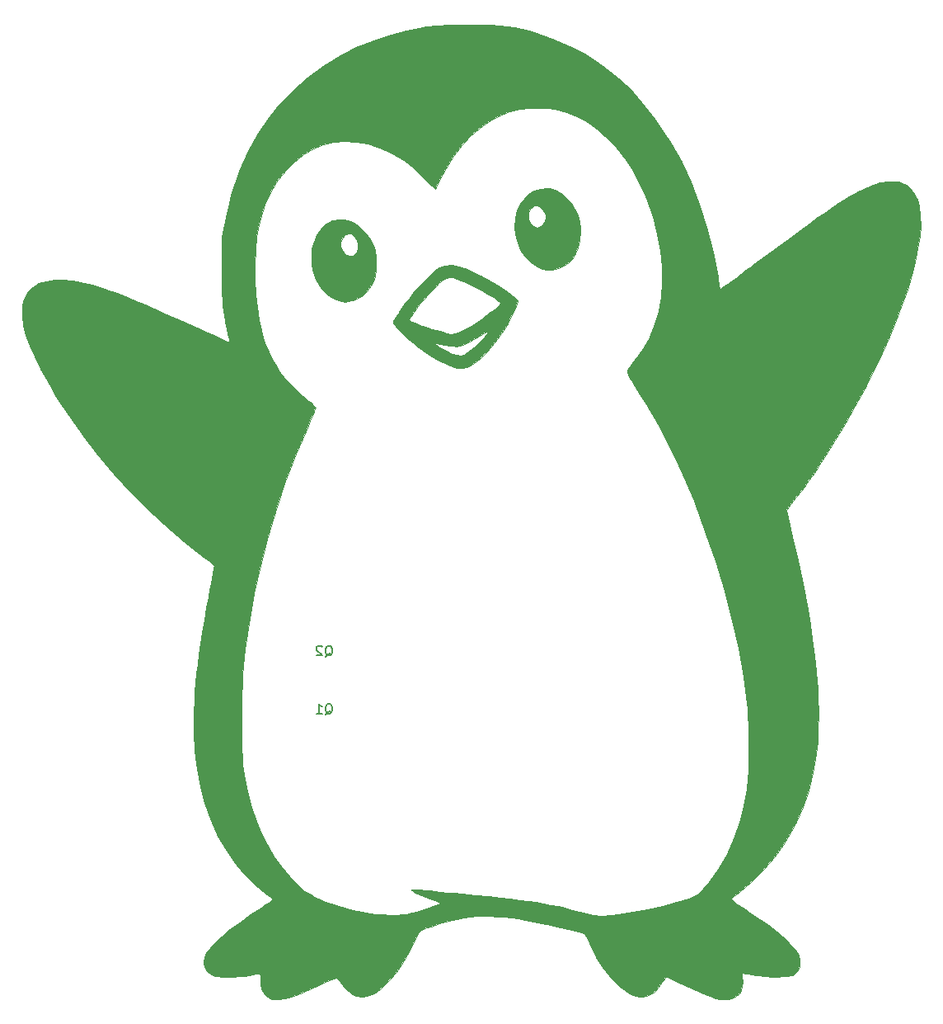
<source format=gbr>
%TF.GenerationSoftware,KiCad,Pcbnew,9.0.6*%
%TF.CreationDate,2025-11-30T13:40:04+01:00*%
%TF.ProjectId,Pinguin,50696e67-7569-46e2-9e6b-696361645f70,rev?*%
%TF.SameCoordinates,Original*%
%TF.FileFunction,Legend,Top*%
%TF.FilePolarity,Positive*%
%FSLAX46Y46*%
G04 Gerber Fmt 4.6, Leading zero omitted, Abs format (unit mm)*
G04 Created by KiCad (PCBNEW 9.0.6) date 2025-11-30 13:40:04*
%MOMM*%
%LPD*%
G01*
G04 APERTURE LIST*
%ADD10C,0.150000*%
%ADD11C,0.010000*%
G04 APERTURE END LIST*
D10*
X86295238Y-111500057D02*
X86390476Y-111452438D01*
X86390476Y-111452438D02*
X86485714Y-111357200D01*
X86485714Y-111357200D02*
X86628571Y-111214342D01*
X86628571Y-111214342D02*
X86723809Y-111166723D01*
X86723809Y-111166723D02*
X86819047Y-111166723D01*
X86771428Y-111404819D02*
X86866666Y-111357200D01*
X86866666Y-111357200D02*
X86961904Y-111261961D01*
X86961904Y-111261961D02*
X87009523Y-111071485D01*
X87009523Y-111071485D02*
X87009523Y-110738152D01*
X87009523Y-110738152D02*
X86961904Y-110547676D01*
X86961904Y-110547676D02*
X86866666Y-110452438D01*
X86866666Y-110452438D02*
X86771428Y-110404819D01*
X86771428Y-110404819D02*
X86580952Y-110404819D01*
X86580952Y-110404819D02*
X86485714Y-110452438D01*
X86485714Y-110452438D02*
X86390476Y-110547676D01*
X86390476Y-110547676D02*
X86342857Y-110738152D01*
X86342857Y-110738152D02*
X86342857Y-111071485D01*
X86342857Y-111071485D02*
X86390476Y-111261961D01*
X86390476Y-111261961D02*
X86485714Y-111357200D01*
X86485714Y-111357200D02*
X86580952Y-111404819D01*
X86580952Y-111404819D02*
X86771428Y-111404819D01*
X85961904Y-110500057D02*
X85914285Y-110452438D01*
X85914285Y-110452438D02*
X85819047Y-110404819D01*
X85819047Y-110404819D02*
X85580952Y-110404819D01*
X85580952Y-110404819D02*
X85485714Y-110452438D01*
X85485714Y-110452438D02*
X85438095Y-110500057D01*
X85438095Y-110500057D02*
X85390476Y-110595295D01*
X85390476Y-110595295D02*
X85390476Y-110690533D01*
X85390476Y-110690533D02*
X85438095Y-110833390D01*
X85438095Y-110833390D02*
X86009523Y-111404819D01*
X86009523Y-111404819D02*
X85390476Y-111404819D01*
X86295238Y-117442442D02*
X86390476Y-117394823D01*
X86390476Y-117394823D02*
X86485714Y-117299585D01*
X86485714Y-117299585D02*
X86628571Y-117156727D01*
X86628571Y-117156727D02*
X86723809Y-117109108D01*
X86723809Y-117109108D02*
X86819047Y-117109108D01*
X86771428Y-117347204D02*
X86866666Y-117299585D01*
X86866666Y-117299585D02*
X86961904Y-117204346D01*
X86961904Y-117204346D02*
X87009523Y-117013870D01*
X87009523Y-117013870D02*
X87009523Y-116680537D01*
X87009523Y-116680537D02*
X86961904Y-116490061D01*
X86961904Y-116490061D02*
X86866666Y-116394823D01*
X86866666Y-116394823D02*
X86771428Y-116347204D01*
X86771428Y-116347204D02*
X86580952Y-116347204D01*
X86580952Y-116347204D02*
X86485714Y-116394823D01*
X86485714Y-116394823D02*
X86390476Y-116490061D01*
X86390476Y-116490061D02*
X86342857Y-116680537D01*
X86342857Y-116680537D02*
X86342857Y-117013870D01*
X86342857Y-117013870D02*
X86390476Y-117204346D01*
X86390476Y-117204346D02*
X86485714Y-117299585D01*
X86485714Y-117299585D02*
X86580952Y-117347204D01*
X86580952Y-117347204D02*
X86771428Y-117347204D01*
X85390476Y-117347204D02*
X85961904Y-117347204D01*
X85676190Y-117347204D02*
X85676190Y-116347204D01*
X85676190Y-116347204D02*
X85771428Y-116490061D01*
X85771428Y-116490061D02*
X85866666Y-116585299D01*
X85866666Y-116585299D02*
X85961904Y-116632918D01*
D11*
%TO.C,G\u002A\u002A\u002A*%
X102329625Y-46671565D02*
X103290419Y-46703749D01*
X104158768Y-46762089D01*
X104959967Y-46849153D01*
X105719309Y-46967512D01*
X106462088Y-47119733D01*
X107213597Y-47308386D01*
X107742686Y-47458842D01*
X109622187Y-48095479D01*
X111404064Y-48864745D01*
X113091533Y-49769201D01*
X114687808Y-50811407D01*
X116196105Y-51993926D01*
X117619639Y-53319318D01*
X118961625Y-54790144D01*
X120225278Y-56408966D01*
X121413813Y-58178345D01*
X121620636Y-58514033D01*
X122789648Y-60598281D01*
X123823508Y-62783548D01*
X124721566Y-65067979D01*
X125483173Y-67449717D01*
X126107677Y-69926909D01*
X126594430Y-72497698D01*
X126653290Y-72876501D01*
X126796909Y-73826403D01*
X127189388Y-73558109D01*
X127345613Y-73447425D01*
X127620056Y-73248741D01*
X127995010Y-72975044D01*
X128452770Y-72639322D01*
X128975630Y-72254562D01*
X129545885Y-71833753D01*
X130145828Y-71389882D01*
X130206533Y-71344905D01*
X131613361Y-70303779D01*
X132893642Y-69359586D01*
X134055691Y-68506855D01*
X135107822Y-67740116D01*
X136058349Y-67053899D01*
X136915585Y-66442733D01*
X137687845Y-65901147D01*
X138383442Y-65423672D01*
X139010691Y-65004835D01*
X139577905Y-64639167D01*
X140093399Y-64321198D01*
X140565486Y-64045457D01*
X141002481Y-63806472D01*
X141412697Y-63598775D01*
X141804449Y-63416894D01*
X142186050Y-63255358D01*
X142565814Y-63108698D01*
X142910732Y-62985649D01*
X143231814Y-62886955D01*
X143538996Y-62825390D01*
X143890042Y-62793236D01*
X144342718Y-62782776D01*
X144430533Y-62782600D01*
X144849078Y-62785597D01*
X145144288Y-62800189D01*
X145362135Y-62834773D01*
X145548586Y-62897745D01*
X145749611Y-62997505D01*
X145820967Y-63036600D01*
X146312265Y-63397634D01*
X146732368Y-63883068D01*
X147047251Y-64452100D01*
X147089035Y-64557323D01*
X147304300Y-65337964D01*
X147416228Y-66242484D01*
X147427740Y-67262916D01*
X147341759Y-68391295D01*
X147161207Y-69619655D01*
X146889006Y-70940031D01*
X146528078Y-72344458D01*
X146081345Y-73824969D01*
X145551729Y-75373600D01*
X144942152Y-76982385D01*
X144255536Y-78643358D01*
X143494803Y-80348554D01*
X142662876Y-82090007D01*
X141762675Y-83859751D01*
X140797125Y-85649822D01*
X139769145Y-87452254D01*
X138681659Y-89259080D01*
X137537588Y-91062336D01*
X137149011Y-91653933D01*
X136675104Y-92365132D01*
X136259978Y-92977130D01*
X135875816Y-93528626D01*
X135494802Y-94058318D01*
X135089120Y-94604904D01*
X134630954Y-95207081D01*
X134117824Y-95870939D01*
X133626448Y-96503481D01*
X134260362Y-99201040D01*
X134820420Y-101661045D01*
X135311013Y-103981576D01*
X135734468Y-106176517D01*
X136093115Y-108259757D01*
X136389281Y-110245180D01*
X136625295Y-112146673D01*
X136803485Y-113978122D01*
X136859946Y-114706099D01*
X136894346Y-115344976D01*
X136915367Y-116088191D01*
X136923651Y-116902387D01*
X136919836Y-117754206D01*
X136904561Y-118610292D01*
X136878465Y-119437287D01*
X136842188Y-120201833D01*
X136796369Y-120870573D01*
X136741646Y-121410151D01*
X136729788Y-121498933D01*
X136393918Y-123418405D01*
X135941496Y-125220727D01*
X135369939Y-126913993D01*
X134676662Y-128506292D01*
X134201925Y-129415266D01*
X133351385Y-130798677D01*
X132370167Y-132140081D01*
X131283832Y-133410327D01*
X130117936Y-134580264D01*
X128898039Y-135620740D01*
X128492033Y-135927751D01*
X128240931Y-136121189D01*
X128054315Y-136283164D01*
X127965831Y-136383996D01*
X127962866Y-136394563D01*
X128030531Y-136460938D01*
X128221144Y-136607118D01*
X128516137Y-136819925D01*
X128896940Y-137086179D01*
X129344981Y-137392704D01*
X129804366Y-137701452D01*
X130812590Y-138386162D01*
X131684216Y-139006143D01*
X132433890Y-139572813D01*
X133076259Y-140097595D01*
X133625969Y-140591908D01*
X134034264Y-140999760D01*
X134442592Y-141457986D01*
X134730210Y-141854523D01*
X134916027Y-142223496D01*
X135018953Y-142599029D01*
X135047755Y-142828804D01*
X135027075Y-143303089D01*
X134871251Y-143683061D01*
X134569827Y-143988983D01*
X134389113Y-144104933D01*
X134218539Y-144193308D01*
X134047406Y-144254792D01*
X133838233Y-144295456D01*
X133553537Y-144321371D01*
X133155835Y-144338610D01*
X132901385Y-144345912D01*
X132181398Y-144347375D01*
X131489013Y-144308107D01*
X130739379Y-144222718D01*
X130556841Y-144196990D01*
X130112288Y-144130691D01*
X129722550Y-144069104D01*
X129420817Y-144017735D01*
X129240280Y-143982092D01*
X129209380Y-143973450D01*
X129142178Y-143979223D01*
X129115807Y-144085819D01*
X129124090Y-144323910D01*
X129128228Y-144376372D01*
X129130136Y-144832998D01*
X129072046Y-145300180D01*
X128965009Y-145720486D01*
X128820080Y-146036484D01*
X128804264Y-146059666D01*
X128515236Y-146338751D01*
X128109318Y-146556391D01*
X127655976Y-146682770D01*
X127310331Y-146704511D01*
X126897022Y-146662080D01*
X126404481Y-146551623D01*
X125821144Y-146369285D01*
X125135444Y-146111215D01*
X124335815Y-145773558D01*
X123410690Y-145352460D01*
X122815111Y-145069939D01*
X122354674Y-144850092D01*
X121947278Y-144657944D01*
X121617151Y-144504729D01*
X121388522Y-144401680D01*
X121285618Y-144360029D01*
X121283146Y-144359673D01*
X121216087Y-144426120D01*
X121086173Y-144600918D01*
X120919645Y-144848419D01*
X120893624Y-144888840D01*
X120483478Y-145470324D01*
X120086839Y-145900329D01*
X119683131Y-146193245D01*
X119251783Y-146363461D01*
X118772220Y-146425367D01*
X118695646Y-146426202D01*
X118189515Y-146347569D01*
X117640443Y-146123097D01*
X117062210Y-145766496D01*
X116468593Y-145291479D01*
X115873371Y-144711757D01*
X115290324Y-144041043D01*
X114733228Y-143293049D01*
X114215863Y-142481485D01*
X113752008Y-141620065D01*
X113648203Y-141403205D01*
X113416913Y-140900845D01*
X113241821Y-140525036D01*
X113098418Y-140253464D01*
X112962195Y-140063815D01*
X112808643Y-139933778D01*
X112613253Y-139841038D01*
X112351516Y-139763284D01*
X111998924Y-139678201D01*
X111664533Y-139597261D01*
X110470853Y-139303800D01*
X109416066Y-139054368D01*
X108476772Y-138844678D01*
X107629570Y-138670444D01*
X106851057Y-138527380D01*
X106117835Y-138411199D01*
X105406500Y-138317615D01*
X104693653Y-138242343D01*
X103955892Y-138181095D01*
X103917533Y-138178295D01*
X103161844Y-138134504D01*
X102467881Y-138121396D01*
X101807969Y-138143155D01*
X101154432Y-138203965D01*
X100479597Y-138308011D01*
X99755787Y-138459476D01*
X98955329Y-138662544D01*
X98050545Y-138921399D01*
X97125176Y-139205211D01*
X96696808Y-139340397D01*
X96376637Y-139455061D01*
X96137312Y-139575393D01*
X95951484Y-139727582D01*
X95791802Y-139937820D01*
X95630918Y-140232295D01*
X95441480Y-140637197D01*
X95297686Y-140955198D01*
X94742624Y-142084541D01*
X94155308Y-143079612D01*
X93512640Y-143975222D01*
X92791522Y-144806185D01*
X92634650Y-144968910D01*
X92069070Y-145506203D01*
X91554819Y-145904258D01*
X91068527Y-146175808D01*
X90586826Y-146333582D01*
X90086346Y-146390311D01*
X90024255Y-146390933D01*
X89572049Y-146347393D01*
X89166601Y-146205848D01*
X88782407Y-145949904D01*
X88393961Y-145563172D01*
X88037491Y-145114079D01*
X87801490Y-144800319D01*
X87634794Y-144603237D01*
X87511206Y-144499679D01*
X87404526Y-144466495D01*
X87314267Y-144474953D01*
X87174949Y-144522543D01*
X86907838Y-144631194D01*
X86538371Y-144789893D01*
X86091984Y-144987629D01*
X85594114Y-145213389D01*
X85366274Y-145318311D01*
X84463623Y-145728019D01*
X83692643Y-146059114D01*
X83037524Y-146316194D01*
X82482459Y-146503857D01*
X82011639Y-146626701D01*
X81609258Y-146689324D01*
X81259506Y-146696324D01*
X80946575Y-146652299D01*
X80857352Y-146629785D01*
X80523265Y-146471521D01*
X80190130Y-146206511D01*
X79908529Y-145884572D01*
X79729047Y-145555525D01*
X79712183Y-145501933D01*
X79662544Y-145233058D01*
X79628604Y-144880760D01*
X79618672Y-144591766D01*
X79606480Y-144254586D01*
X79568700Y-144069955D01*
X79512366Y-144021552D01*
X79390078Y-144036681D01*
X79139903Y-144076696D01*
X78800376Y-144135199D01*
X78475200Y-144193785D01*
X77977172Y-144267529D01*
X77412658Y-144322309D01*
X76821197Y-144357120D01*
X76242327Y-144370960D01*
X75715588Y-144362825D01*
X75280517Y-144331712D01*
X74995752Y-144282081D01*
X74498340Y-144074021D01*
X74121514Y-143762543D01*
X73877736Y-143362501D01*
X73779467Y-142888753D01*
X73778059Y-142830390D01*
X73850826Y-142408305D01*
X74074712Y-141934739D01*
X74450738Y-141408705D01*
X74979929Y-140829220D01*
X75663306Y-140195300D01*
X76501892Y-139505959D01*
X77496710Y-138760212D01*
X78648782Y-137957077D01*
X79268772Y-137543766D01*
X79731081Y-137237054D01*
X80141781Y-136959647D01*
X80481002Y-136725375D01*
X80728873Y-136548067D01*
X80865520Y-136441555D01*
X80886068Y-136418168D01*
X80821136Y-136347508D01*
X80645500Y-136198407D01*
X80385319Y-135992135D01*
X80066749Y-135749965D01*
X80038823Y-135729155D01*
X78926336Y-134818400D01*
X77915331Y-133812786D01*
X76992906Y-132696321D01*
X76146162Y-131453010D01*
X75362195Y-130066860D01*
X75177666Y-129702513D01*
X74478630Y-128141534D01*
X73902456Y-126521166D01*
X73447302Y-124830772D01*
X73111325Y-123059713D01*
X72892683Y-121197352D01*
X72789532Y-119233052D01*
X72797515Y-117653674D01*
X77681999Y-117653674D01*
X77692112Y-119014910D01*
X77692444Y-119043600D01*
X77702905Y-119904844D01*
X77713141Y-120617899D01*
X77724370Y-121203904D01*
X77737810Y-121683998D01*
X77754682Y-122079318D01*
X77776203Y-122411003D01*
X77803593Y-122700193D01*
X77838071Y-122968024D01*
X77880854Y-123235636D01*
X77933163Y-123524167D01*
X77958507Y-123657933D01*
X78322523Y-125367488D01*
X78737851Y-126930646D01*
X79212945Y-128364830D01*
X79756257Y-129687465D01*
X80376242Y-130915972D01*
X81081353Y-132067776D01*
X81880043Y-133160299D01*
X82780766Y-134210965D01*
X83382692Y-134837531D01*
X83757947Y-135204923D01*
X84060734Y-135477070D01*
X84331734Y-135684707D01*
X84611630Y-135858569D01*
X84941102Y-136029393D01*
X84994533Y-136055313D01*
X86333943Y-136642321D01*
X87722289Y-137140156D01*
X89114669Y-137534994D01*
X90466185Y-137813015D01*
X90923368Y-137880444D01*
X91529338Y-137942863D01*
X92203817Y-137983964D01*
X92900312Y-138003255D01*
X93572326Y-138000240D01*
X94173367Y-137974426D01*
X94656938Y-137925321D01*
X94688866Y-137920417D01*
X94914727Y-137871035D01*
X95257772Y-137779442D01*
X95684264Y-137656277D01*
X96160469Y-137512178D01*
X96652651Y-137357781D01*
X97127074Y-137203725D01*
X97550002Y-137060646D01*
X97887701Y-136939182D01*
X98106434Y-136849971D01*
X98144144Y-136830902D01*
X98129984Y-136773592D01*
X97957196Y-136678689D01*
X97631569Y-136549105D01*
X97469608Y-136491600D01*
X97014253Y-136326992D01*
X96552959Y-136148303D01*
X96113011Y-135967477D01*
X95721693Y-135796457D01*
X95406290Y-135647185D01*
X95194088Y-135531606D01*
X95112372Y-135461662D01*
X95112200Y-135459715D01*
X95173926Y-135408181D01*
X95366241Y-135388614D01*
X95699844Y-135401081D01*
X96185437Y-135445647D01*
X96382200Y-135467563D01*
X96632197Y-135494472D01*
X97026678Y-135534572D01*
X97541504Y-135585515D01*
X98152542Y-135644953D01*
X98835653Y-135710539D01*
X99566703Y-135779924D01*
X100319200Y-135850541D01*
X101775519Y-135988365D01*
X103080429Y-136116740D01*
X104251412Y-136238438D01*
X105305950Y-136356228D01*
X106261526Y-136472882D01*
X107135622Y-136591171D01*
X107945721Y-136713866D01*
X108709305Y-136843739D01*
X109443857Y-136983560D01*
X110166858Y-137136100D01*
X110895792Y-137304130D01*
X111648140Y-137490421D01*
X112441386Y-137697745D01*
X113103866Y-137876967D01*
X113882341Y-138033036D01*
X114726861Y-138088770D01*
X115664330Y-138044864D01*
X116352667Y-137960811D01*
X117912737Y-137705132D01*
X119461450Y-137402324D01*
X120956711Y-137061794D01*
X122356425Y-136692950D01*
X123309517Y-136406167D01*
X123816917Y-136234816D01*
X124218020Y-136069201D01*
X124548363Y-135883006D01*
X124843480Y-135649915D01*
X125138907Y-135343613D01*
X125470180Y-134937785D01*
X125701529Y-134634776D01*
X126683388Y-133211833D01*
X127524227Y-131733185D01*
X128227829Y-130187990D01*
X128797976Y-128565404D01*
X129238451Y-126854584D01*
X129553036Y-125044686D01*
X129745514Y-123124866D01*
X129752183Y-123022933D01*
X129787145Y-122261984D01*
X129804463Y-121389102D01*
X129805027Y-120446228D01*
X129789729Y-119475307D01*
X129759458Y-118518280D01*
X129715105Y-117617092D01*
X129657560Y-116813685D01*
X129610173Y-116334266D01*
X129229343Y-113564066D01*
X128710169Y-110710362D01*
X128055368Y-107783326D01*
X127267657Y-104793132D01*
X126349752Y-101749953D01*
X125304371Y-98663963D01*
X124134232Y-95545334D01*
X123900422Y-94955933D01*
X123087602Y-93008062D01*
X122235147Y-91135743D01*
X121323464Y-89300749D01*
X120332960Y-87464856D01*
X119244043Y-85589840D01*
X118367293Y-84160933D01*
X118006748Y-83588107D01*
X117726839Y-83139443D01*
X117523123Y-82792693D01*
X117391155Y-82525612D01*
X117326494Y-82315951D01*
X117324694Y-82141464D01*
X117381314Y-81979905D01*
X117491909Y-81809027D01*
X117652037Y-81606582D01*
X117816351Y-81402476D01*
X118380466Y-80664875D01*
X118844637Y-80003083D01*
X119234106Y-79378880D01*
X119574117Y-78754049D01*
X119602069Y-78698642D01*
X120146014Y-77426499D01*
X120545360Y-76069790D01*
X120800041Y-74632179D01*
X120909989Y-73117328D01*
X120875137Y-71528899D01*
X120695420Y-69870555D01*
X120370770Y-68145958D01*
X119901121Y-66358772D01*
X119830919Y-66126933D01*
X119270191Y-64496582D01*
X118630328Y-63006201D01*
X117903350Y-61642101D01*
X117081275Y-60390593D01*
X116156123Y-59237989D01*
X115282365Y-58325454D01*
X114282186Y-57452004D01*
X113226783Y-56705846D01*
X112134143Y-56096789D01*
X111022253Y-55634641D01*
X109909099Y-55329211D01*
X109722816Y-55293895D01*
X109305747Y-55244258D01*
X108770480Y-55215890D01*
X108166739Y-55208245D01*
X107544247Y-55220775D01*
X106952729Y-55252932D01*
X106441908Y-55304170D01*
X106258941Y-55332020D01*
X105203776Y-55598514D01*
X104155415Y-56022602D01*
X103127171Y-56592672D01*
X102132355Y-57297110D01*
X101184280Y-58124304D01*
X100296258Y-59062640D01*
X99481602Y-60100505D01*
X98753625Y-61226285D01*
X98126559Y-62426383D01*
X97941763Y-62813969D01*
X97777163Y-63139521D01*
X97647498Y-63375333D01*
X97567502Y-63493698D01*
X97554334Y-63502266D01*
X97475158Y-63444786D01*
X97296530Y-63284395D01*
X97037474Y-63039166D01*
X96717013Y-62727170D01*
X96354172Y-62366482D01*
X96275641Y-62287520D01*
X95707165Y-61728702D01*
X95214524Y-61276903D01*
X94768155Y-60906609D01*
X94338496Y-60592304D01*
X94216912Y-60510694D01*
X93016379Y-59802635D01*
X91819010Y-59259179D01*
X90631271Y-58879157D01*
X89459630Y-58661402D01*
X88310555Y-58604747D01*
X87190514Y-58708023D01*
X86105974Y-58970063D01*
X85063403Y-59389699D01*
X84069268Y-59965764D01*
X83130038Y-60697089D01*
X82252180Y-61582507D01*
X81442161Y-62620851D01*
X81290316Y-62844583D01*
X80684179Y-63850395D01*
X80179058Y-64895017D01*
X79771288Y-65994731D01*
X79457205Y-67165818D01*
X79233144Y-68424561D01*
X79095442Y-69787240D01*
X79040435Y-71270138D01*
X79059759Y-72755933D01*
X79137198Y-74274022D01*
X79265740Y-75647957D01*
X79450229Y-76896473D01*
X79695508Y-78038308D01*
X80006418Y-79092198D01*
X80387803Y-80076879D01*
X80844505Y-81011088D01*
X81381367Y-81913562D01*
X81456116Y-82027740D01*
X81783287Y-82474375D01*
X82212204Y-82989084D01*
X82709815Y-83537461D01*
X83243065Y-84085099D01*
X83778901Y-84597589D01*
X84284269Y-85040524D01*
X84561731Y-85260558D01*
X84859850Y-85495827D01*
X85099066Y-85704942D01*
X85251065Y-85861855D01*
X85290866Y-85931341D01*
X85257696Y-86041145D01*
X85164777Y-86281486D01*
X85021997Y-86628551D01*
X84839245Y-87058524D01*
X84626407Y-87547591D01*
X84517036Y-87795050D01*
X83287073Y-90689095D01*
X82191371Y-93537589D01*
X81221903Y-96369056D01*
X80370639Y-99212020D01*
X79629552Y-102095006D01*
X78990612Y-105046541D01*
X78445792Y-108095147D01*
X78054395Y-110756414D01*
X77946130Y-111633392D01*
X77858025Y-112505153D01*
X77788998Y-113396498D01*
X77737965Y-114332224D01*
X77703843Y-115337129D01*
X77685548Y-116436013D01*
X77681999Y-117653674D01*
X72797515Y-117653674D01*
X72800030Y-117156175D01*
X72840003Y-116207266D01*
X72900181Y-115191515D01*
X72972930Y-114212450D01*
X73061355Y-113246931D01*
X73168560Y-112271813D01*
X73297650Y-111263954D01*
X73451731Y-110200211D01*
X73633905Y-109057443D01*
X73847279Y-107812505D01*
X74094957Y-106442256D01*
X74290257Y-105396913D01*
X74422936Y-104691083D01*
X74544927Y-104035591D01*
X74652766Y-103449542D01*
X74742991Y-102952041D01*
X74812138Y-102562193D01*
X74856746Y-102299102D01*
X74873352Y-102181875D01*
X74873375Y-102179580D01*
X74806815Y-102092503D01*
X74626210Y-101928905D01*
X74356240Y-101709373D01*
X74021583Y-101454493D01*
X73878542Y-101349722D01*
X71914824Y-99846441D01*
X69961325Y-98192448D01*
X68037042Y-96406139D01*
X66160976Y-94505908D01*
X64352126Y-92510148D01*
X62704450Y-90531383D01*
X61608235Y-89115121D01*
X60566715Y-87684985D01*
X59588695Y-86255926D01*
X58682980Y-84842893D01*
X57858377Y-83460837D01*
X57123691Y-82124707D01*
X56487727Y-80849453D01*
X55959292Y-79650024D01*
X55547189Y-78541371D01*
X55436397Y-78191933D01*
X55337311Y-77840842D01*
X55270496Y-77530811D01*
X55229527Y-77210260D01*
X55207980Y-76827611D01*
X55199431Y-76331282D01*
X55199127Y-76286933D01*
X55198379Y-75816104D01*
X55206610Y-75475291D01*
X55229079Y-75225218D01*
X55271039Y-75026606D01*
X55337746Y-74840181D01*
X55416060Y-74665739D01*
X55785560Y-74066308D01*
X56275337Y-73583849D01*
X56882126Y-73219528D01*
X57602659Y-72974513D01*
X58433671Y-72849971D01*
X59371895Y-72847070D01*
X60244954Y-72940166D01*
X60826489Y-73037280D01*
X61416196Y-73156194D01*
X62025128Y-73301060D01*
X62664339Y-73476033D01*
X63344881Y-73685266D01*
X64077809Y-73932913D01*
X64874175Y-74223128D01*
X65745032Y-74560064D01*
X66701434Y-74947874D01*
X67754435Y-75390714D01*
X68915086Y-75892735D01*
X70194442Y-76458093D01*
X71603556Y-77090940D01*
X73098866Y-77770491D01*
X73930849Y-78149809D01*
X74620722Y-78463022D01*
X75180029Y-78715195D01*
X75620312Y-78911388D01*
X75953114Y-79056666D01*
X76189979Y-79156089D01*
X76342448Y-79214722D01*
X76422066Y-79237626D01*
X76440084Y-79235914D01*
X76443377Y-79201255D01*
X76431706Y-79107870D01*
X76401682Y-78938769D01*
X76349918Y-78676963D01*
X76273023Y-78305462D01*
X76167611Y-77807277D01*
X76030291Y-77165418D01*
X75985770Y-76958137D01*
X75895638Y-76496442D01*
X75821447Y-76014417D01*
X75761925Y-75491339D01*
X75715797Y-74906487D01*
X75681791Y-74239140D01*
X75658632Y-73468575D01*
X75645046Y-72574072D01*
X75639760Y-71534909D01*
X75639590Y-71326145D01*
X75638866Y-68439691D01*
X75896233Y-67219812D01*
X76143752Y-66088587D01*
X76382641Y-65090813D01*
X76622974Y-64191639D01*
X76874822Y-63356220D01*
X77148257Y-62549707D01*
X77453352Y-61737251D01*
X77554673Y-61481878D01*
X78374095Y-59657437D01*
X79325781Y-57938698D01*
X80409768Y-56325619D01*
X81626095Y-54818155D01*
X82974798Y-53416265D01*
X84455917Y-52119906D01*
X86069489Y-50929034D01*
X87815552Y-49843609D01*
X87983250Y-49748818D01*
X89469863Y-48991619D01*
X91058999Y-48331351D01*
X92762532Y-47764000D01*
X94592340Y-47285550D01*
X96297533Y-46938257D01*
X96681923Y-46872073D01*
X97033906Y-46819476D01*
X97382642Y-46778414D01*
X97757289Y-46746831D01*
X98187005Y-46722676D01*
X98700949Y-46703893D01*
X99328279Y-46688429D01*
X100029530Y-46675386D01*
X101251093Y-46662967D01*
X102329625Y-46671565D01*
G36*
X102329625Y-46671565D02*
G01*
X103290419Y-46703749D01*
X104158768Y-46762089D01*
X104959967Y-46849153D01*
X105719309Y-46967512D01*
X106462088Y-47119733D01*
X107213597Y-47308386D01*
X107742686Y-47458842D01*
X109622187Y-48095479D01*
X111404064Y-48864745D01*
X113091533Y-49769201D01*
X114687808Y-50811407D01*
X116196105Y-51993926D01*
X117619639Y-53319318D01*
X118961625Y-54790144D01*
X120225278Y-56408966D01*
X121413813Y-58178345D01*
X121620636Y-58514033D01*
X122789648Y-60598281D01*
X123823508Y-62783548D01*
X124721566Y-65067979D01*
X125483173Y-67449717D01*
X126107677Y-69926909D01*
X126594430Y-72497698D01*
X126653290Y-72876501D01*
X126796909Y-73826403D01*
X127189388Y-73558109D01*
X127345613Y-73447425D01*
X127620056Y-73248741D01*
X127995010Y-72975044D01*
X128452770Y-72639322D01*
X128975630Y-72254562D01*
X129545885Y-71833753D01*
X130145828Y-71389882D01*
X130206533Y-71344905D01*
X131613361Y-70303779D01*
X132893642Y-69359586D01*
X134055691Y-68506855D01*
X135107822Y-67740116D01*
X136058349Y-67053899D01*
X136915585Y-66442733D01*
X137687845Y-65901147D01*
X138383442Y-65423672D01*
X139010691Y-65004835D01*
X139577905Y-64639167D01*
X140093399Y-64321198D01*
X140565486Y-64045457D01*
X141002481Y-63806472D01*
X141412697Y-63598775D01*
X141804449Y-63416894D01*
X142186050Y-63255358D01*
X142565814Y-63108698D01*
X142910732Y-62985649D01*
X143231814Y-62886955D01*
X143538996Y-62825390D01*
X143890042Y-62793236D01*
X144342718Y-62782776D01*
X144430533Y-62782600D01*
X144849078Y-62785597D01*
X145144288Y-62800189D01*
X145362135Y-62834773D01*
X145548586Y-62897745D01*
X145749611Y-62997505D01*
X145820967Y-63036600D01*
X146312265Y-63397634D01*
X146732368Y-63883068D01*
X147047251Y-64452100D01*
X147089035Y-64557323D01*
X147304300Y-65337964D01*
X147416228Y-66242484D01*
X147427740Y-67262916D01*
X147341759Y-68391295D01*
X147161207Y-69619655D01*
X146889006Y-70940031D01*
X146528078Y-72344458D01*
X146081345Y-73824969D01*
X145551729Y-75373600D01*
X144942152Y-76982385D01*
X144255536Y-78643358D01*
X143494803Y-80348554D01*
X142662876Y-82090007D01*
X141762675Y-83859751D01*
X140797125Y-85649822D01*
X139769145Y-87452254D01*
X138681659Y-89259080D01*
X137537588Y-91062336D01*
X137149011Y-91653933D01*
X136675104Y-92365132D01*
X136259978Y-92977130D01*
X135875816Y-93528626D01*
X135494802Y-94058318D01*
X135089120Y-94604904D01*
X134630954Y-95207081D01*
X134117824Y-95870939D01*
X133626448Y-96503481D01*
X134260362Y-99201040D01*
X134820420Y-101661045D01*
X135311013Y-103981576D01*
X135734468Y-106176517D01*
X136093115Y-108259757D01*
X136389281Y-110245180D01*
X136625295Y-112146673D01*
X136803485Y-113978122D01*
X136859946Y-114706099D01*
X136894346Y-115344976D01*
X136915367Y-116088191D01*
X136923651Y-116902387D01*
X136919836Y-117754206D01*
X136904561Y-118610292D01*
X136878465Y-119437287D01*
X136842188Y-120201833D01*
X136796369Y-120870573D01*
X136741646Y-121410151D01*
X136729788Y-121498933D01*
X136393918Y-123418405D01*
X135941496Y-125220727D01*
X135369939Y-126913993D01*
X134676662Y-128506292D01*
X134201925Y-129415266D01*
X133351385Y-130798677D01*
X132370167Y-132140081D01*
X131283832Y-133410327D01*
X130117936Y-134580264D01*
X128898039Y-135620740D01*
X128492033Y-135927751D01*
X128240931Y-136121189D01*
X128054315Y-136283164D01*
X127965831Y-136383996D01*
X127962866Y-136394563D01*
X128030531Y-136460938D01*
X128221144Y-136607118D01*
X128516137Y-136819925D01*
X128896940Y-137086179D01*
X129344981Y-137392704D01*
X129804366Y-137701452D01*
X130812590Y-138386162D01*
X131684216Y-139006143D01*
X132433890Y-139572813D01*
X133076259Y-140097595D01*
X133625969Y-140591908D01*
X134034264Y-140999760D01*
X134442592Y-141457986D01*
X134730210Y-141854523D01*
X134916027Y-142223496D01*
X135018953Y-142599029D01*
X135047755Y-142828804D01*
X135027075Y-143303089D01*
X134871251Y-143683061D01*
X134569827Y-143988983D01*
X134389113Y-144104933D01*
X134218539Y-144193308D01*
X134047406Y-144254792D01*
X133838233Y-144295456D01*
X133553537Y-144321371D01*
X133155835Y-144338610D01*
X132901385Y-144345912D01*
X132181398Y-144347375D01*
X131489013Y-144308107D01*
X130739379Y-144222718D01*
X130556841Y-144196990D01*
X130112288Y-144130691D01*
X129722550Y-144069104D01*
X129420817Y-144017735D01*
X129240280Y-143982092D01*
X129209380Y-143973450D01*
X129142178Y-143979223D01*
X129115807Y-144085819D01*
X129124090Y-144323910D01*
X129128228Y-144376372D01*
X129130136Y-144832998D01*
X129072046Y-145300180D01*
X128965009Y-145720486D01*
X128820080Y-146036484D01*
X128804264Y-146059666D01*
X128515236Y-146338751D01*
X128109318Y-146556391D01*
X127655976Y-146682770D01*
X127310331Y-146704511D01*
X126897022Y-146662080D01*
X126404481Y-146551623D01*
X125821144Y-146369285D01*
X125135444Y-146111215D01*
X124335815Y-145773558D01*
X123410690Y-145352460D01*
X122815111Y-145069939D01*
X122354674Y-144850092D01*
X121947278Y-144657944D01*
X121617151Y-144504729D01*
X121388522Y-144401680D01*
X121285618Y-144360029D01*
X121283146Y-144359673D01*
X121216087Y-144426120D01*
X121086173Y-144600918D01*
X120919645Y-144848419D01*
X120893624Y-144888840D01*
X120483478Y-145470324D01*
X120086839Y-145900329D01*
X119683131Y-146193245D01*
X119251783Y-146363461D01*
X118772220Y-146425367D01*
X118695646Y-146426202D01*
X118189515Y-146347569D01*
X117640443Y-146123097D01*
X117062210Y-145766496D01*
X116468593Y-145291479D01*
X115873371Y-144711757D01*
X115290324Y-144041043D01*
X114733228Y-143293049D01*
X114215863Y-142481485D01*
X113752008Y-141620065D01*
X113648203Y-141403205D01*
X113416913Y-140900845D01*
X113241821Y-140525036D01*
X113098418Y-140253464D01*
X112962195Y-140063815D01*
X112808643Y-139933778D01*
X112613253Y-139841038D01*
X112351516Y-139763284D01*
X111998924Y-139678201D01*
X111664533Y-139597261D01*
X110470853Y-139303800D01*
X109416066Y-139054368D01*
X108476772Y-138844678D01*
X107629570Y-138670444D01*
X106851057Y-138527380D01*
X106117835Y-138411199D01*
X105406500Y-138317615D01*
X104693653Y-138242343D01*
X103955892Y-138181095D01*
X103917533Y-138178295D01*
X103161844Y-138134504D01*
X102467881Y-138121396D01*
X101807969Y-138143155D01*
X101154432Y-138203965D01*
X100479597Y-138308011D01*
X99755787Y-138459476D01*
X98955329Y-138662544D01*
X98050545Y-138921399D01*
X97125176Y-139205211D01*
X96696808Y-139340397D01*
X96376637Y-139455061D01*
X96137312Y-139575393D01*
X95951484Y-139727582D01*
X95791802Y-139937820D01*
X95630918Y-140232295D01*
X95441480Y-140637197D01*
X95297686Y-140955198D01*
X94742624Y-142084541D01*
X94155308Y-143079612D01*
X93512640Y-143975222D01*
X92791522Y-144806185D01*
X92634650Y-144968910D01*
X92069070Y-145506203D01*
X91554819Y-145904258D01*
X91068527Y-146175808D01*
X90586826Y-146333582D01*
X90086346Y-146390311D01*
X90024255Y-146390933D01*
X89572049Y-146347393D01*
X89166601Y-146205848D01*
X88782407Y-145949904D01*
X88393961Y-145563172D01*
X88037491Y-145114079D01*
X87801490Y-144800319D01*
X87634794Y-144603237D01*
X87511206Y-144499679D01*
X87404526Y-144466495D01*
X87314267Y-144474953D01*
X87174949Y-144522543D01*
X86907838Y-144631194D01*
X86538371Y-144789893D01*
X86091984Y-144987629D01*
X85594114Y-145213389D01*
X85366274Y-145318311D01*
X84463623Y-145728019D01*
X83692643Y-146059114D01*
X83037524Y-146316194D01*
X82482459Y-146503857D01*
X82011639Y-146626701D01*
X81609258Y-146689324D01*
X81259506Y-146696324D01*
X80946575Y-146652299D01*
X80857352Y-146629785D01*
X80523265Y-146471521D01*
X80190130Y-146206511D01*
X79908529Y-145884572D01*
X79729047Y-145555525D01*
X79712183Y-145501933D01*
X79662544Y-145233058D01*
X79628604Y-144880760D01*
X79618672Y-144591766D01*
X79606480Y-144254586D01*
X79568700Y-144069955D01*
X79512366Y-144021552D01*
X79390078Y-144036681D01*
X79139903Y-144076696D01*
X78800376Y-144135199D01*
X78475200Y-144193785D01*
X77977172Y-144267529D01*
X77412658Y-144322309D01*
X76821197Y-144357120D01*
X76242327Y-144370960D01*
X75715588Y-144362825D01*
X75280517Y-144331712D01*
X74995752Y-144282081D01*
X74498340Y-144074021D01*
X74121514Y-143762543D01*
X73877736Y-143362501D01*
X73779467Y-142888753D01*
X73778059Y-142830390D01*
X73850826Y-142408305D01*
X74074712Y-141934739D01*
X74450738Y-141408705D01*
X74979929Y-140829220D01*
X75663306Y-140195300D01*
X76501892Y-139505959D01*
X77496710Y-138760212D01*
X78648782Y-137957077D01*
X79268772Y-137543766D01*
X79731081Y-137237054D01*
X80141781Y-136959647D01*
X80481002Y-136725375D01*
X80728873Y-136548067D01*
X80865520Y-136441555D01*
X80886068Y-136418168D01*
X80821136Y-136347508D01*
X80645500Y-136198407D01*
X80385319Y-135992135D01*
X80066749Y-135749965D01*
X80038823Y-135729155D01*
X78926336Y-134818400D01*
X77915331Y-133812786D01*
X76992906Y-132696321D01*
X76146162Y-131453010D01*
X75362195Y-130066860D01*
X75177666Y-129702513D01*
X74478630Y-128141534D01*
X73902456Y-126521166D01*
X73447302Y-124830772D01*
X73111325Y-123059713D01*
X72892683Y-121197352D01*
X72789532Y-119233052D01*
X72797515Y-117653674D01*
X77681999Y-117653674D01*
X77692112Y-119014910D01*
X77692444Y-119043600D01*
X77702905Y-119904844D01*
X77713141Y-120617899D01*
X77724370Y-121203904D01*
X77737810Y-121683998D01*
X77754682Y-122079318D01*
X77776203Y-122411003D01*
X77803593Y-122700193D01*
X77838071Y-122968024D01*
X77880854Y-123235636D01*
X77933163Y-123524167D01*
X77958507Y-123657933D01*
X78322523Y-125367488D01*
X78737851Y-126930646D01*
X79212945Y-128364830D01*
X79756257Y-129687465D01*
X80376242Y-130915972D01*
X81081353Y-132067776D01*
X81880043Y-133160299D01*
X82780766Y-134210965D01*
X83382692Y-134837531D01*
X83757947Y-135204923D01*
X84060734Y-135477070D01*
X84331734Y-135684707D01*
X84611630Y-135858569D01*
X84941102Y-136029393D01*
X84994533Y-136055313D01*
X86333943Y-136642321D01*
X87722289Y-137140156D01*
X89114669Y-137534994D01*
X90466185Y-137813015D01*
X90923368Y-137880444D01*
X91529338Y-137942863D01*
X92203817Y-137983964D01*
X92900312Y-138003255D01*
X93572326Y-138000240D01*
X94173367Y-137974426D01*
X94656938Y-137925321D01*
X94688866Y-137920417D01*
X94914727Y-137871035D01*
X95257772Y-137779442D01*
X95684264Y-137656277D01*
X96160469Y-137512178D01*
X96652651Y-137357781D01*
X97127074Y-137203725D01*
X97550002Y-137060646D01*
X97887701Y-136939182D01*
X98106434Y-136849971D01*
X98144144Y-136830902D01*
X98129984Y-136773592D01*
X97957196Y-136678689D01*
X97631569Y-136549105D01*
X97469608Y-136491600D01*
X97014253Y-136326992D01*
X96552959Y-136148303D01*
X96113011Y-135967477D01*
X95721693Y-135796457D01*
X95406290Y-135647185D01*
X95194088Y-135531606D01*
X95112372Y-135461662D01*
X95112200Y-135459715D01*
X95173926Y-135408181D01*
X95366241Y-135388614D01*
X95699844Y-135401081D01*
X96185437Y-135445647D01*
X96382200Y-135467563D01*
X96632197Y-135494472D01*
X97026678Y-135534572D01*
X97541504Y-135585515D01*
X98152542Y-135644953D01*
X98835653Y-135710539D01*
X99566703Y-135779924D01*
X100319200Y-135850541D01*
X101775519Y-135988365D01*
X103080429Y-136116740D01*
X104251412Y-136238438D01*
X105305950Y-136356228D01*
X106261526Y-136472882D01*
X107135622Y-136591171D01*
X107945721Y-136713866D01*
X108709305Y-136843739D01*
X109443857Y-136983560D01*
X110166858Y-137136100D01*
X110895792Y-137304130D01*
X111648140Y-137490421D01*
X112441386Y-137697745D01*
X113103866Y-137876967D01*
X113882341Y-138033036D01*
X114726861Y-138088770D01*
X115664330Y-138044864D01*
X116352667Y-137960811D01*
X117912737Y-137705132D01*
X119461450Y-137402324D01*
X120956711Y-137061794D01*
X122356425Y-136692950D01*
X123309517Y-136406167D01*
X123816917Y-136234816D01*
X124218020Y-136069201D01*
X124548363Y-135883006D01*
X124843480Y-135649915D01*
X125138907Y-135343613D01*
X125470180Y-134937785D01*
X125701529Y-134634776D01*
X126683388Y-133211833D01*
X127524227Y-131733185D01*
X128227829Y-130187990D01*
X128797976Y-128565404D01*
X129238451Y-126854584D01*
X129553036Y-125044686D01*
X129745514Y-123124866D01*
X129752183Y-123022933D01*
X129787145Y-122261984D01*
X129804463Y-121389102D01*
X129805027Y-120446228D01*
X129789729Y-119475307D01*
X129759458Y-118518280D01*
X129715105Y-117617092D01*
X129657560Y-116813685D01*
X129610173Y-116334266D01*
X129229343Y-113564066D01*
X128710169Y-110710362D01*
X128055368Y-107783326D01*
X127267657Y-104793132D01*
X126349752Y-101749953D01*
X125304371Y-98663963D01*
X124134232Y-95545334D01*
X123900422Y-94955933D01*
X123087602Y-93008062D01*
X122235147Y-91135743D01*
X121323464Y-89300749D01*
X120332960Y-87464856D01*
X119244043Y-85589840D01*
X118367293Y-84160933D01*
X118006748Y-83588107D01*
X117726839Y-83139443D01*
X117523123Y-82792693D01*
X117391155Y-82525612D01*
X117326494Y-82315951D01*
X117324694Y-82141464D01*
X117381314Y-81979905D01*
X117491909Y-81809027D01*
X117652037Y-81606582D01*
X117816351Y-81402476D01*
X118380466Y-80664875D01*
X118844637Y-80003083D01*
X119234106Y-79378880D01*
X119574117Y-78754049D01*
X119602069Y-78698642D01*
X120146014Y-77426499D01*
X120545360Y-76069790D01*
X120800041Y-74632179D01*
X120909989Y-73117328D01*
X120875137Y-71528899D01*
X120695420Y-69870555D01*
X120370770Y-68145958D01*
X119901121Y-66358772D01*
X119830919Y-66126933D01*
X119270191Y-64496582D01*
X118630328Y-63006201D01*
X117903350Y-61642101D01*
X117081275Y-60390593D01*
X116156123Y-59237989D01*
X115282365Y-58325454D01*
X114282186Y-57452004D01*
X113226783Y-56705846D01*
X112134143Y-56096789D01*
X111022253Y-55634641D01*
X109909099Y-55329211D01*
X109722816Y-55293895D01*
X109305747Y-55244258D01*
X108770480Y-55215890D01*
X108166739Y-55208245D01*
X107544247Y-55220775D01*
X106952729Y-55252932D01*
X106441908Y-55304170D01*
X106258941Y-55332020D01*
X105203776Y-55598514D01*
X104155415Y-56022602D01*
X103127171Y-56592672D01*
X102132355Y-57297110D01*
X101184280Y-58124304D01*
X100296258Y-59062640D01*
X99481602Y-60100505D01*
X98753625Y-61226285D01*
X98126559Y-62426383D01*
X97941763Y-62813969D01*
X97777163Y-63139521D01*
X97647498Y-63375333D01*
X97567502Y-63493698D01*
X97554334Y-63502266D01*
X97475158Y-63444786D01*
X97296530Y-63284395D01*
X97037474Y-63039166D01*
X96717013Y-62727170D01*
X96354172Y-62366482D01*
X96275641Y-62287520D01*
X95707165Y-61728702D01*
X95214524Y-61276903D01*
X94768155Y-60906609D01*
X94338496Y-60592304D01*
X94216912Y-60510694D01*
X93016379Y-59802635D01*
X91819010Y-59259179D01*
X90631271Y-58879157D01*
X89459630Y-58661402D01*
X88310555Y-58604747D01*
X87190514Y-58708023D01*
X86105974Y-58970063D01*
X85063403Y-59389699D01*
X84069268Y-59965764D01*
X83130038Y-60697089D01*
X82252180Y-61582507D01*
X81442161Y-62620851D01*
X81290316Y-62844583D01*
X80684179Y-63850395D01*
X80179058Y-64895017D01*
X79771288Y-65994731D01*
X79457205Y-67165818D01*
X79233144Y-68424561D01*
X79095442Y-69787240D01*
X79040435Y-71270138D01*
X79059759Y-72755933D01*
X79137198Y-74274022D01*
X79265740Y-75647957D01*
X79450229Y-76896473D01*
X79695508Y-78038308D01*
X80006418Y-79092198D01*
X80387803Y-80076879D01*
X80844505Y-81011088D01*
X81381367Y-81913562D01*
X81456116Y-82027740D01*
X81783287Y-82474375D01*
X82212204Y-82989084D01*
X82709815Y-83537461D01*
X83243065Y-84085099D01*
X83778901Y-84597589D01*
X84284269Y-85040524D01*
X84561731Y-85260558D01*
X84859850Y-85495827D01*
X85099066Y-85704942D01*
X85251065Y-85861855D01*
X85290866Y-85931341D01*
X85257696Y-86041145D01*
X85164777Y-86281486D01*
X85021997Y-86628551D01*
X84839245Y-87058524D01*
X84626407Y-87547591D01*
X84517036Y-87795050D01*
X83287073Y-90689095D01*
X82191371Y-93537589D01*
X81221903Y-96369056D01*
X80370639Y-99212020D01*
X79629552Y-102095006D01*
X78990612Y-105046541D01*
X78445792Y-108095147D01*
X78054395Y-110756414D01*
X77946130Y-111633392D01*
X77858025Y-112505153D01*
X77788998Y-113396498D01*
X77737965Y-114332224D01*
X77703843Y-115337129D01*
X77685548Y-116436013D01*
X77681999Y-117653674D01*
X72797515Y-117653674D01*
X72800030Y-117156175D01*
X72840003Y-116207266D01*
X72900181Y-115191515D01*
X72972930Y-114212450D01*
X73061355Y-113246931D01*
X73168560Y-112271813D01*
X73297650Y-111263954D01*
X73451731Y-110200211D01*
X73633905Y-109057443D01*
X73847279Y-107812505D01*
X74094957Y-106442256D01*
X74290257Y-105396913D01*
X74422936Y-104691083D01*
X74544927Y-104035591D01*
X74652766Y-103449542D01*
X74742991Y-102952041D01*
X74812138Y-102562193D01*
X74856746Y-102299102D01*
X74873352Y-102181875D01*
X74873375Y-102179580D01*
X74806815Y-102092503D01*
X74626210Y-101928905D01*
X74356240Y-101709373D01*
X74021583Y-101454493D01*
X73878542Y-101349722D01*
X71914824Y-99846441D01*
X69961325Y-98192448D01*
X68037042Y-96406139D01*
X66160976Y-94505908D01*
X64352126Y-92510148D01*
X62704450Y-90531383D01*
X61608235Y-89115121D01*
X60566715Y-87684985D01*
X59588695Y-86255926D01*
X58682980Y-84842893D01*
X57858377Y-83460837D01*
X57123691Y-82124707D01*
X56487727Y-80849453D01*
X55959292Y-79650024D01*
X55547189Y-78541371D01*
X55436397Y-78191933D01*
X55337311Y-77840842D01*
X55270496Y-77530811D01*
X55229527Y-77210260D01*
X55207980Y-76827611D01*
X55199431Y-76331282D01*
X55199127Y-76286933D01*
X55198379Y-75816104D01*
X55206610Y-75475291D01*
X55229079Y-75225218D01*
X55271039Y-75026606D01*
X55337746Y-74840181D01*
X55416060Y-74665739D01*
X55785560Y-74066308D01*
X56275337Y-73583849D01*
X56882126Y-73219528D01*
X57602659Y-72974513D01*
X58433671Y-72849971D01*
X59371895Y-72847070D01*
X60244954Y-72940166D01*
X60826489Y-73037280D01*
X61416196Y-73156194D01*
X62025128Y-73301060D01*
X62664339Y-73476033D01*
X63344881Y-73685266D01*
X64077809Y-73932913D01*
X64874175Y-74223128D01*
X65745032Y-74560064D01*
X66701434Y-74947874D01*
X67754435Y-75390714D01*
X68915086Y-75892735D01*
X70194442Y-76458093D01*
X71603556Y-77090940D01*
X73098866Y-77770491D01*
X73930849Y-78149809D01*
X74620722Y-78463022D01*
X75180029Y-78715195D01*
X75620312Y-78911388D01*
X75953114Y-79056666D01*
X76189979Y-79156089D01*
X76342448Y-79214722D01*
X76422066Y-79237626D01*
X76440084Y-79235914D01*
X76443377Y-79201255D01*
X76431706Y-79107870D01*
X76401682Y-78938769D01*
X76349918Y-78676963D01*
X76273023Y-78305462D01*
X76167611Y-77807277D01*
X76030291Y-77165418D01*
X75985770Y-76958137D01*
X75895638Y-76496442D01*
X75821447Y-76014417D01*
X75761925Y-75491339D01*
X75715797Y-74906487D01*
X75681791Y-74239140D01*
X75658632Y-73468575D01*
X75645046Y-72574072D01*
X75639760Y-71534909D01*
X75639590Y-71326145D01*
X75638866Y-68439691D01*
X75896233Y-67219812D01*
X76143752Y-66088587D01*
X76382641Y-65090813D01*
X76622974Y-64191639D01*
X76874822Y-63356220D01*
X77148257Y-62549707D01*
X77453352Y-61737251D01*
X77554673Y-61481878D01*
X78374095Y-59657437D01*
X79325781Y-57938698D01*
X80409768Y-56325619D01*
X81626095Y-54818155D01*
X82974798Y-53416265D01*
X84455917Y-52119906D01*
X86069489Y-50929034D01*
X87815552Y-49843609D01*
X87983250Y-49748818D01*
X89469863Y-48991619D01*
X91058999Y-48331351D01*
X92762532Y-47764000D01*
X94592340Y-47285550D01*
X96297533Y-46938257D01*
X96681923Y-46872073D01*
X97033906Y-46819476D01*
X97382642Y-46778414D01*
X97757289Y-46746831D01*
X98187005Y-46722676D01*
X98700949Y-46703893D01*
X99328279Y-46688429D01*
X100029530Y-46675386D01*
X101251093Y-46662967D01*
X102329625Y-46671565D01*
G37*
X99992628Y-71452619D02*
X100276866Y-71539639D01*
X100851841Y-71764685D01*
X101524930Y-72071826D01*
X102259428Y-72440697D01*
X103018633Y-72850934D01*
X103765839Y-73282172D01*
X104464343Y-73714047D01*
X105077441Y-74126194D01*
X105479539Y-74426254D01*
X105734882Y-74626809D01*
X105914604Y-74781870D01*
X106020099Y-74921508D01*
X106052759Y-75075795D01*
X106013976Y-75274806D01*
X105905143Y-75548610D01*
X105727651Y-75927282D01*
X105564805Y-76267691D01*
X104920842Y-77479455D01*
X104172329Y-78638127D01*
X103345671Y-79706710D01*
X102467271Y-80648205D01*
X102377069Y-80734444D01*
X101814776Y-81228278D01*
X101312749Y-81582616D01*
X100850262Y-81806669D01*
X100406592Y-81909652D01*
X99961016Y-81900776D01*
X99811200Y-81875112D01*
X99107361Y-81670350D01*
X98325426Y-81332964D01*
X97480264Y-80871857D01*
X96586746Y-80295936D01*
X95659742Y-79614105D01*
X95352863Y-79361352D01*
X97514220Y-79361352D01*
X97547157Y-79418165D01*
X97609866Y-79471007D01*
X97917661Y-79682839D01*
X98315510Y-79921761D01*
X98741672Y-80153664D01*
X99134408Y-80344437D01*
X99352895Y-80433993D01*
X99819301Y-80566717D01*
X100208198Y-80590626D01*
X100570229Y-80507586D01*
X100636703Y-80481319D01*
X100896768Y-80331248D01*
X101231091Y-80078648D01*
X101608514Y-79753511D01*
X101997881Y-79385829D01*
X102368036Y-79005594D01*
X102687822Y-78642798D01*
X102926084Y-78327432D01*
X102999652Y-78206691D01*
X103032766Y-78142278D01*
X103037020Y-78106868D01*
X102993726Y-78109210D01*
X102884198Y-78158056D01*
X102689746Y-78262156D01*
X102391685Y-78430261D01*
X101971325Y-78671122D01*
X101810442Y-78763548D01*
X101238498Y-79088337D01*
X100779889Y-79333033D01*
X100402848Y-79504834D01*
X100075609Y-79610937D01*
X99766406Y-79658540D01*
X99443473Y-79654839D01*
X99075043Y-79607032D01*
X98629350Y-79522317D01*
X98541200Y-79504266D01*
X98078003Y-79411847D01*
X97763322Y-79357610D01*
X97580835Y-79340972D01*
X97514220Y-79361352D01*
X95352863Y-79361352D01*
X94714122Y-78835271D01*
X94667337Y-78794569D01*
X94309528Y-78466237D01*
X93970527Y-78125863D01*
X93672778Y-77799121D01*
X93438723Y-77511683D01*
X93290807Y-77289224D01*
X93249533Y-77172698D01*
X93294709Y-77061630D01*
X93396441Y-76880694D01*
X94910812Y-76880694D01*
X94921235Y-76968548D01*
X94951550Y-77007784D01*
X95135438Y-77127436D01*
X95472381Y-77279578D01*
X95950122Y-77460018D01*
X96556403Y-77664564D01*
X97278968Y-77889022D01*
X98105559Y-78129201D01*
X98752866Y-78308055D01*
X99231106Y-78393305D01*
X99666770Y-78362322D01*
X100120909Y-78207488D01*
X100313447Y-78113331D01*
X100775117Y-77858117D01*
X101275380Y-77556465D01*
X101794138Y-77223095D01*
X102311294Y-76872725D01*
X102806749Y-76520075D01*
X103260406Y-76179863D01*
X103652168Y-75866808D01*
X103961937Y-75595629D01*
X104169615Y-75381045D01*
X104255105Y-75237775D01*
X104256200Y-75225769D01*
X104182983Y-75106907D01*
X103978088Y-74929619D01*
X103663645Y-74706306D01*
X103261787Y-74449367D01*
X102794644Y-74171201D01*
X102284348Y-73884210D01*
X101753031Y-73600792D01*
X101222824Y-73333346D01*
X100715858Y-73094274D01*
X100254266Y-72895974D01*
X99860177Y-72750847D01*
X99811200Y-72735339D01*
X99379665Y-72624313D01*
X99037687Y-72603855D01*
X98726197Y-72683381D01*
X98386129Y-72872309D01*
X98216262Y-72989631D01*
X97969869Y-73194922D01*
X97643689Y-73508927D01*
X97260851Y-73905893D01*
X96844489Y-74360067D01*
X96417734Y-74845697D01*
X96003716Y-75337029D01*
X95625568Y-75808310D01*
X95322647Y-76211183D01*
X95098413Y-76530143D01*
X94965503Y-76743936D01*
X94910812Y-76880694D01*
X93396441Y-76880694D01*
X93417891Y-76842546D01*
X93600561Y-76546557D01*
X93824200Y-76204774D01*
X93837078Y-76185626D01*
X94375210Y-75418236D01*
X94938702Y-74672344D01*
X95511856Y-73965171D01*
X96078976Y-73313939D01*
X96624366Y-72735869D01*
X97132329Y-72248181D01*
X97587169Y-71868098D01*
X97973188Y-71612839D01*
X98033200Y-71581943D01*
X98634308Y-71381786D01*
X99290411Y-71338622D01*
X99992628Y-71452619D01*
G36*
X99992628Y-71452619D02*
G01*
X100276866Y-71539639D01*
X100851841Y-71764685D01*
X101524930Y-72071826D01*
X102259428Y-72440697D01*
X103018633Y-72850934D01*
X103765839Y-73282172D01*
X104464343Y-73714047D01*
X105077441Y-74126194D01*
X105479539Y-74426254D01*
X105734882Y-74626809D01*
X105914604Y-74781870D01*
X106020099Y-74921508D01*
X106052759Y-75075795D01*
X106013976Y-75274806D01*
X105905143Y-75548610D01*
X105727651Y-75927282D01*
X105564805Y-76267691D01*
X104920842Y-77479455D01*
X104172329Y-78638127D01*
X103345671Y-79706710D01*
X102467271Y-80648205D01*
X102377069Y-80734444D01*
X101814776Y-81228278D01*
X101312749Y-81582616D01*
X100850262Y-81806669D01*
X100406592Y-81909652D01*
X99961016Y-81900776D01*
X99811200Y-81875112D01*
X99107361Y-81670350D01*
X98325426Y-81332964D01*
X97480264Y-80871857D01*
X96586746Y-80295936D01*
X95659742Y-79614105D01*
X95352863Y-79361352D01*
X97514220Y-79361352D01*
X97547157Y-79418165D01*
X97609866Y-79471007D01*
X97917661Y-79682839D01*
X98315510Y-79921761D01*
X98741672Y-80153664D01*
X99134408Y-80344437D01*
X99352895Y-80433993D01*
X99819301Y-80566717D01*
X100208198Y-80590626D01*
X100570229Y-80507586D01*
X100636703Y-80481319D01*
X100896768Y-80331248D01*
X101231091Y-80078648D01*
X101608514Y-79753511D01*
X101997881Y-79385829D01*
X102368036Y-79005594D01*
X102687822Y-78642798D01*
X102926084Y-78327432D01*
X102999652Y-78206691D01*
X103032766Y-78142278D01*
X103037020Y-78106868D01*
X102993726Y-78109210D01*
X102884198Y-78158056D01*
X102689746Y-78262156D01*
X102391685Y-78430261D01*
X101971325Y-78671122D01*
X101810442Y-78763548D01*
X101238498Y-79088337D01*
X100779889Y-79333033D01*
X100402848Y-79504834D01*
X100075609Y-79610937D01*
X99766406Y-79658540D01*
X99443473Y-79654839D01*
X99075043Y-79607032D01*
X98629350Y-79522317D01*
X98541200Y-79504266D01*
X98078003Y-79411847D01*
X97763322Y-79357610D01*
X97580835Y-79340972D01*
X97514220Y-79361352D01*
X95352863Y-79361352D01*
X94714122Y-78835271D01*
X94667337Y-78794569D01*
X94309528Y-78466237D01*
X93970527Y-78125863D01*
X93672778Y-77799121D01*
X93438723Y-77511683D01*
X93290807Y-77289224D01*
X93249533Y-77172698D01*
X93294709Y-77061630D01*
X93396441Y-76880694D01*
X94910812Y-76880694D01*
X94921235Y-76968548D01*
X94951550Y-77007784D01*
X95135438Y-77127436D01*
X95472381Y-77279578D01*
X95950122Y-77460018D01*
X96556403Y-77664564D01*
X97278968Y-77889022D01*
X98105559Y-78129201D01*
X98752866Y-78308055D01*
X99231106Y-78393305D01*
X99666770Y-78362322D01*
X100120909Y-78207488D01*
X100313447Y-78113331D01*
X100775117Y-77858117D01*
X101275380Y-77556465D01*
X101794138Y-77223095D01*
X102311294Y-76872725D01*
X102806749Y-76520075D01*
X103260406Y-76179863D01*
X103652168Y-75866808D01*
X103961937Y-75595629D01*
X104169615Y-75381045D01*
X104255105Y-75237775D01*
X104256200Y-75225769D01*
X104182983Y-75106907D01*
X103978088Y-74929619D01*
X103663645Y-74706306D01*
X103261787Y-74449367D01*
X102794644Y-74171201D01*
X102284348Y-73884210D01*
X101753031Y-73600792D01*
X101222824Y-73333346D01*
X100715858Y-73094274D01*
X100254266Y-72895974D01*
X99860177Y-72750847D01*
X99811200Y-72735339D01*
X99379665Y-72624313D01*
X99037687Y-72603855D01*
X98726197Y-72683381D01*
X98386129Y-72872309D01*
X98216262Y-72989631D01*
X97969869Y-73194922D01*
X97643689Y-73508927D01*
X97260851Y-73905893D01*
X96844489Y-74360067D01*
X96417734Y-74845697D01*
X96003716Y-75337029D01*
X95625568Y-75808310D01*
X95322647Y-76211183D01*
X95098413Y-76530143D01*
X94965503Y-76743936D01*
X94910812Y-76880694D01*
X93396441Y-76880694D01*
X93417891Y-76842546D01*
X93600561Y-76546557D01*
X93824200Y-76204774D01*
X93837078Y-76185626D01*
X94375210Y-75418236D01*
X94938702Y-74672344D01*
X95511856Y-73965171D01*
X96078976Y-73313939D01*
X96624366Y-72735869D01*
X97132329Y-72248181D01*
X97587169Y-71868098D01*
X97973188Y-71612839D01*
X98033200Y-71581943D01*
X98634308Y-71381786D01*
X99290411Y-71338622D01*
X99992628Y-71452619D01*
G37*
X109355395Y-63471770D02*
X109620878Y-63510281D01*
X109870409Y-63599270D01*
X110164347Y-63748582D01*
X110645984Y-64073104D01*
X111129027Y-64509593D01*
X111565486Y-65008048D01*
X111907374Y-65518466D01*
X111962539Y-65622247D01*
X112217472Y-66213146D01*
X112377797Y-66810217D01*
X112456055Y-67471051D01*
X112468866Y-67947266D01*
X112421051Y-68794462D01*
X112272437Y-69520829D01*
X112015271Y-70147021D01*
X111641798Y-70693689D01*
X111308010Y-71039188D01*
X110786431Y-71422085D01*
X110204641Y-71688158D01*
X109599040Y-71827752D01*
X109006027Y-71831211D01*
X108627030Y-71750394D01*
X107934917Y-71443751D01*
X107316617Y-70997942D01*
X106784360Y-70431538D01*
X106350375Y-69763110D01*
X106026891Y-69011229D01*
X105826137Y-68194468D01*
X105760321Y-67396933D01*
X105819852Y-66540496D01*
X105905929Y-66176061D01*
X107134866Y-66176061D01*
X107188934Y-66615565D01*
X107336504Y-66983241D01*
X107555627Y-67261017D01*
X107824354Y-67430822D01*
X108120735Y-67474585D01*
X108422821Y-67374236D01*
X108513793Y-67311356D01*
X108677966Y-67125792D01*
X108831436Y-66863501D01*
X108874266Y-66763940D01*
X108953932Y-66536911D01*
X108971975Y-66375233D01*
X108922977Y-66204366D01*
X108817421Y-65981806D01*
X108619132Y-65678229D01*
X108365446Y-65421193D01*
X108100375Y-65248306D01*
X107897333Y-65195600D01*
X107756484Y-65251490D01*
X107557934Y-65393897D01*
X107444187Y-65496008D01*
X107251177Y-65707368D01*
X107159878Y-65896600D01*
X107135052Y-66141174D01*
X107134866Y-66176061D01*
X105905929Y-66176061D01*
X106002806Y-65765905D01*
X106299903Y-65084430D01*
X106701867Y-64507339D01*
X107199418Y-64045902D01*
X107783278Y-63711388D01*
X108444168Y-63515065D01*
X108997533Y-63465173D01*
X109355395Y-63471770D01*
G36*
X109355395Y-63471770D02*
G01*
X109620878Y-63510281D01*
X109870409Y-63599270D01*
X110164347Y-63748582D01*
X110645984Y-64073104D01*
X111129027Y-64509593D01*
X111565486Y-65008048D01*
X111907374Y-65518466D01*
X111962539Y-65622247D01*
X112217472Y-66213146D01*
X112377797Y-66810217D01*
X112456055Y-67471051D01*
X112468866Y-67947266D01*
X112421051Y-68794462D01*
X112272437Y-69520829D01*
X112015271Y-70147021D01*
X111641798Y-70693689D01*
X111308010Y-71039188D01*
X110786431Y-71422085D01*
X110204641Y-71688158D01*
X109599040Y-71827752D01*
X109006027Y-71831211D01*
X108627030Y-71750394D01*
X107934917Y-71443751D01*
X107316617Y-70997942D01*
X106784360Y-70431538D01*
X106350375Y-69763110D01*
X106026891Y-69011229D01*
X105826137Y-68194468D01*
X105760321Y-67396933D01*
X105819852Y-66540496D01*
X105905929Y-66176061D01*
X107134866Y-66176061D01*
X107188934Y-66615565D01*
X107336504Y-66983241D01*
X107555627Y-67261017D01*
X107824354Y-67430822D01*
X108120735Y-67474585D01*
X108422821Y-67374236D01*
X108513793Y-67311356D01*
X108677966Y-67125792D01*
X108831436Y-66863501D01*
X108874266Y-66763940D01*
X108953932Y-66536911D01*
X108971975Y-66375233D01*
X108922977Y-66204366D01*
X108817421Y-65981806D01*
X108619132Y-65678229D01*
X108365446Y-65421193D01*
X108100375Y-65248306D01*
X107897333Y-65195600D01*
X107756484Y-65251490D01*
X107557934Y-65393897D01*
X107444187Y-65496008D01*
X107251177Y-65707368D01*
X107159878Y-65896600D01*
X107135052Y-66141174D01*
X107134866Y-66176061D01*
X105905929Y-66176061D01*
X106002806Y-65765905D01*
X106299903Y-65084430D01*
X106701867Y-64507339D01*
X107199418Y-64045902D01*
X107783278Y-63711388D01*
X108444168Y-63515065D01*
X108997533Y-63465173D01*
X109355395Y-63471770D01*
G37*
X88259618Y-66693354D02*
X88554057Y-66737121D01*
X88833251Y-66829016D01*
X89100866Y-66950272D01*
X89758018Y-67359610D01*
X90347992Y-67915927D01*
X90789637Y-68500809D01*
X91140550Y-69136164D01*
X91372936Y-69791319D01*
X91503227Y-70519209D01*
X91533641Y-70897351D01*
X91526178Y-71750817D01*
X91398545Y-72500415D01*
X91143878Y-73168119D01*
X90755312Y-73775901D01*
X90562763Y-74005038D01*
X90121004Y-74436270D01*
X89674190Y-74736842D01*
X89171542Y-74939136D01*
X89040707Y-74975685D01*
X88657020Y-75062121D01*
X88347072Y-75088274D01*
X88031946Y-75053592D01*
X87664319Y-74966059D01*
X87024088Y-74708995D01*
X86431030Y-74303323D01*
X85905788Y-73767675D01*
X85469008Y-73120685D01*
X85338781Y-72867018D01*
X85115299Y-72334863D01*
X84970647Y-71823749D01*
X84892262Y-71272859D01*
X84867582Y-70621374D01*
X84867533Y-70585554D01*
X84929113Y-69722921D01*
X85002011Y-69403547D01*
X87866244Y-69403547D01*
X87994351Y-69792140D01*
X88247391Y-70126069D01*
X88449300Y-70279325D01*
X88769806Y-70421015D01*
X89046501Y-70413643D01*
X89289210Y-70278819D01*
X89524626Y-69993394D01*
X89643115Y-69626924D01*
X89645958Y-69219608D01*
X89534436Y-68811647D01*
X89309830Y-68443242D01*
X89227859Y-68353659D01*
X88942002Y-68137661D01*
X88668327Y-68086392D01*
X88386193Y-68198456D01*
X88266347Y-68288704D01*
X87998759Y-68613936D01*
X87866552Y-68998181D01*
X87866244Y-69403547D01*
X85002011Y-69403547D01*
X85108740Y-68935960D01*
X85398739Y-68239939D01*
X85791439Y-67650130D01*
X86279165Y-67181801D01*
X86712044Y-66914854D01*
X87000805Y-66787154D01*
X87261207Y-66715283D01*
X87564234Y-66684937D01*
X87873200Y-66680879D01*
X88259618Y-66693354D01*
G36*
X88259618Y-66693354D02*
G01*
X88554057Y-66737121D01*
X88833251Y-66829016D01*
X89100866Y-66950272D01*
X89758018Y-67359610D01*
X90347992Y-67915927D01*
X90789637Y-68500809D01*
X91140550Y-69136164D01*
X91372936Y-69791319D01*
X91503227Y-70519209D01*
X91533641Y-70897351D01*
X91526178Y-71750817D01*
X91398545Y-72500415D01*
X91143878Y-73168119D01*
X90755312Y-73775901D01*
X90562763Y-74005038D01*
X90121004Y-74436270D01*
X89674190Y-74736842D01*
X89171542Y-74939136D01*
X89040707Y-74975685D01*
X88657020Y-75062121D01*
X88347072Y-75088274D01*
X88031946Y-75053592D01*
X87664319Y-74966059D01*
X87024088Y-74708995D01*
X86431030Y-74303323D01*
X85905788Y-73767675D01*
X85469008Y-73120685D01*
X85338781Y-72867018D01*
X85115299Y-72334863D01*
X84970647Y-71823749D01*
X84892262Y-71272859D01*
X84867582Y-70621374D01*
X84867533Y-70585554D01*
X84929113Y-69722921D01*
X85002011Y-69403547D01*
X87866244Y-69403547D01*
X87994351Y-69792140D01*
X88247391Y-70126069D01*
X88449300Y-70279325D01*
X88769806Y-70421015D01*
X89046501Y-70413643D01*
X89289210Y-70278819D01*
X89524626Y-69993394D01*
X89643115Y-69626924D01*
X89645958Y-69219608D01*
X89534436Y-68811647D01*
X89309830Y-68443242D01*
X89227859Y-68353659D01*
X88942002Y-68137661D01*
X88668327Y-68086392D01*
X88386193Y-68198456D01*
X88266347Y-68288704D01*
X87998759Y-68613936D01*
X87866552Y-68998181D01*
X87866244Y-69403547D01*
X85002011Y-69403547D01*
X85108740Y-68935960D01*
X85398739Y-68239939D01*
X85791439Y-67650130D01*
X86279165Y-67181801D01*
X86712044Y-66914854D01*
X87000805Y-66787154D01*
X87261207Y-66715283D01*
X87564234Y-66684937D01*
X87873200Y-66680879D01*
X88259618Y-66693354D01*
G37*
%TD*%
M02*

</source>
